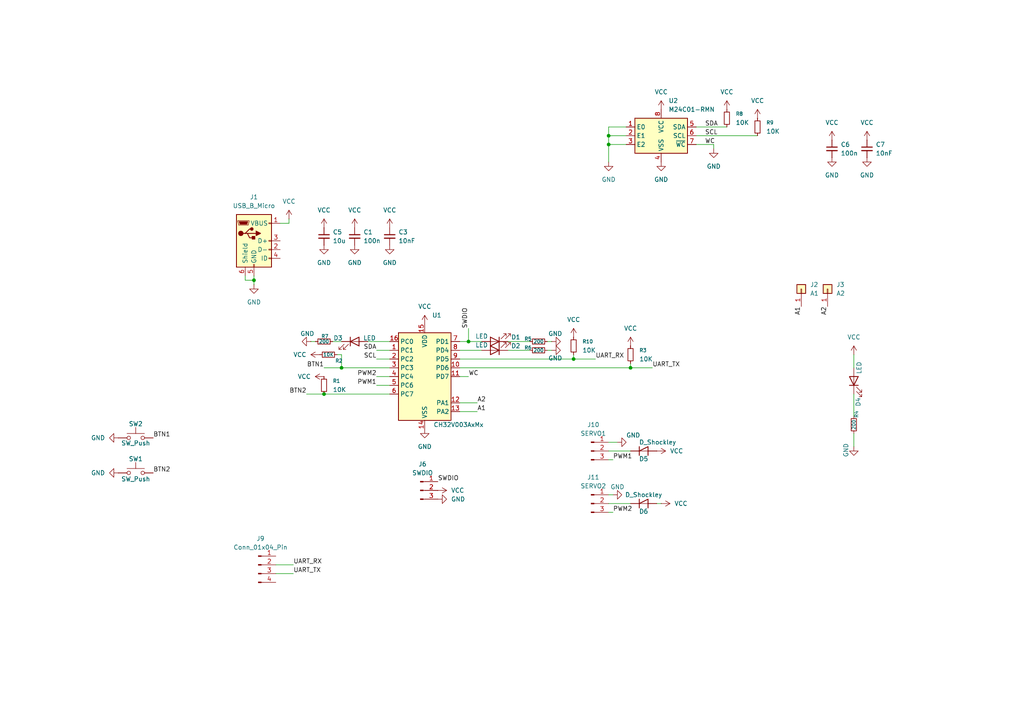
<source format=kicad_sch>
(kicad_sch (version 20250114) (generator "eeschema") (generator_version "9.0")
  (paper "A4")
  (lib_symbols
    (symbol "Connector:Conn_01x03_Pin" (pin_names (offset 1.016) (hide yes))
      (property "Reference" "J" (at 0 5.08 0))
      (property "Value" "Conn_01x03_Pin" (at 0 -5.08 0))
      (symbol "Conn_01x03_Pin_1_1"
        (rectangle (start 0.8636 2.667) (end 0 2.413) (stroke (width 0.1524)) (fill (type outline)))
        (rectangle (start 0.8636 0.127) (end 0 -0.127) (stroke (width 0.1524)) (fill (type outline)))
        (rectangle (start 0.8636 -2.413) (end 0 -2.667) (stroke (width 0.1524)) (fill (type outline)))
        (polyline (pts (xy 1.27 2.54) (xy 0.8636 2.54)) (stroke (width 0.1524)))
        (polyline (pts (xy 1.27 0) (xy 0.8636 0)) (stroke (width 0.1524)))
        (polyline (pts (xy 1.27 -2.54) (xy 0.8636 -2.54)) (stroke (width 0.1524)))
        (pin passive line (at 5.08 2.54 180) (length 3.81) (name "Pin_1") (number "1"))
        (pin passive line (at 5.08 0 180) (length 3.81) (name "Pin_2") (number "2"))
        (pin passive line (at 5.08 -2.54 180) (length 3.81) (name "Pin_3") (number "3"))
      )
    )
    (symbol "Connector:Conn_01x04_Pin" (pin_names (offset 1.016) (hide yes))
      (property "Reference" "J" (at 0 5.08 0))
      (property "Value" "Conn_01x04_Pin" (at 0 -7.62 0))
      (symbol "Conn_01x04_Pin_1_1"
        (rectangle (start 0.8636 2.667) (end 0 2.413) (stroke (width 0.1524)) (fill (type outline)))
        (rectangle (start 0.8636 0.127) (end 0 -0.127) (stroke (width 0.1524)) (fill (type outline)))
        (rectangle (start 0.8636 -2.413) (end 0 -2.667) (stroke (width 0.1524)) (fill (type outline)))
        (rectangle (start 0.8636 -4.953) (end 0 -5.207) (stroke (width 0.1524)) (fill (type outline)))
        (polyline (pts (xy 1.27 2.54) (xy 0.8636 2.54)) (stroke (width 0.1524)))
        (polyline (pts (xy 1.27 0) (xy 0.8636 0)) (stroke (width 0.1524)))
        (polyline (pts (xy 1.27 -2.54) (xy 0.8636 -2.54)) (stroke (width 0.1524)))
        (polyline (pts (xy 1.27 -5.08) (xy 0.8636 -5.08)) (stroke (width 0.1524)))
        (pin passive line (at 5.08 2.54 180) (length 3.81) (name "Pin_1") (number "1"))
        (pin passive line (at 5.08 0 180) (length 3.81) (name "Pin_2") (number "2"))
        (pin passive line (at 5.08 -2.54 180) (length 3.81) (name "Pin_3") (number "3"))
        (pin passive line (at 5.08 -5.08 180) (length 3.81) (name "Pin_4") (number "4"))
      )
    )
    (symbol "Connector:USB_B_Micro" (pin_names (offset 1.016))
      (property "Reference" "J" (at -5.08 11.43 0))
      (property "Value" "USB_B_Micro" (at -5.08 8.89 0))
      (symbol "USB_B_Micro_0_1"
        (rectangle (start -5.08 -7.62) (end 5.08 7.62) (stroke (width 0.254)) (fill (type background)))
        (polyline (pts (xy -4.699 5.842) (xy -4.699 5.588) (xy -4.445 4.826) (xy -4.445 4.572) (xy -1.651 4.572) (xy -1.651 4.826) (xy -1.397 5.588) (xy -1.397 5.842) (xy -4.699 5.842)))
        (polyline (pts (xy -4.318 5.588) (xy -1.778 5.588) (xy -2.032 4.826) (xy -4.064 4.826) (xy -4.318 5.588)) (fill (type outline)))
        (circle (center -3.81 2.159) (radius 0.635) (stroke (width 0.254)) (fill (type outline)))
        (polyline (pts (xy -3.175 2.159) (xy -2.54 2.159) (xy -1.27 3.429) (xy -0.635 3.429)) (stroke (width 0.254)))
        (polyline (pts (xy -2.54 2.159) (xy -1.905 2.159) (xy -1.27 0.889) (xy 0 0.889)) (stroke (width 0.254)))
        (polyline (pts (xy -1.905 2.159) (xy 0.635 2.159)) (stroke (width 0.254)))
        (circle (center -0.635 3.429) (radius 0.381) (stroke (width 0.254)) (fill (type outline)))
        (rectangle (start -0.127 -7.62) (end 0.127 -6.858))
        (rectangle (start 0.254 1.27) (end -0.508 0.508) (stroke (width 0.254)) (fill (type outline)))
        (polyline (pts (xy 0.635 2.794) (xy 0.635 1.524) (xy 1.905 2.159) (xy 0.635 2.794)) (stroke (width 0.254)) (fill (type outline)))
        (rectangle (start 5.08 4.953) (end 4.318 5.207))
        (rectangle (start 5.08 -0.127) (end 4.318 0.127))
        (rectangle (start 5.08 -2.667) (end 4.318 -2.413))
        (rectangle (start 5.08 -5.207) (end 4.318 -4.953))
      )
      (symbol "USB_B_Micro_1_1"
        (pin passive line (at -2.54 -10.16 90) (length 2.54) (name "Shield") (number "6"))
        (pin power_out line (at 0 -10.16 90) (length 2.54) (name "GND") (number "5"))
        (pin power_out line (at 7.62 5.08 180) (length 2.54) (name "VBUS") (number "1"))
        (pin bidirectional line (at 7.62 0 180) (length 2.54) (name "D+") (number "3"))
        (pin bidirectional line (at 7.62 -2.54 180) (length 2.54) (name "D-") (number "2"))
        (pin passive line (at 7.62 -5.08 180) (length 2.54) (name "ID") (number "4"))
      )
    )
    (symbol "Connector_Generic:Conn_01x01" (pin_names (offset 1.016) (hide yes))
      (property "Reference" "J" (at 0 2.54 0))
      (property "Value" "Conn_01x01" (at 0 -2.54 0))
      (symbol "Conn_01x01_1_1"
        (rectangle (start -1.27 1.27) (end 1.27 -1.27) (stroke (width 0.254)) (fill (type background)))
        (rectangle (start -1.27 0.127) (end 0 -0.127) (stroke (width 0.1524)))
        (pin passive line (at -5.08 0 0) (length 3.81) (name "Pin_1") (number "1"))
      )
    )
    (symbol "Device:C_Small" (pin_numbers (hide yes)) (pin_names (offset 0.254) (hide yes))
      (property "Reference" "C" (at 0.254 1.778 0))
      (property "Value" "C_Small" (at 0.254 -2.032 0))
      (symbol "C_Small_0_1"
        (polyline (pts (xy -1.524 0.508) (xy 1.524 0.508)) (stroke (width 0.3048)))
        (polyline (pts (xy -1.524 -0.508) (xy 1.524 -0.508)) (stroke (width 0.3302)))
      )
      (symbol "C_Small_1_1"
        (pin passive line (at 0 2.54 270) (length 2.032) (name "~") (number "1"))
        (pin passive line (at 0 -2.54 90) (length 2.032) (name "~") (number "2"))
      )
    )
    (symbol "Device:D_Shockley" (pin_numbers (hide yes)) (pin_names (offset 1.016) (hide yes))
      (property "Reference" "D" (at 0 2.54 0))
      (property "Value" "D_Shockley" (at 0 -2.54 0))
      (symbol "D_Shockley_0_1"
        (polyline (pts (xy -1.27 1.27) (xy -1.27 -1.27)) (stroke (width 0.254)))
        (polyline (pts (xy -1.27 0) (xy 1.27 0)))
        (polyline (pts (xy -1.27 0) (xy 1.27 1.27) (xy 1.27 -1.27)) (stroke (width 0.254)))
      )
      (symbol "D_Shockley_1_1"
        (pin passive line (at -3.81 0 0) (length 2.54) (name "K") (number "1"))
        (pin passive line (at 3.81 0 180) (length 2.54) (name "A") (number "2"))
      )
    )
    (symbol "Device:LED" (pin_numbers (hide yes)) (pin_names (offset 1.016) (hide yes))
      (property "Reference" "D" (at 0 2.54 0))
      (property "Value" "LED" (at 0 -2.54 0))
      (symbol "LED_0_1"
        (polyline (pts (xy -3.048 -0.762) (xy -4.572 -2.286) (xy -3.81 -2.286) (xy -4.572 -2.286) (xy -4.572 -1.524)))
        (polyline (pts (xy -1.778 -0.762) (xy -3.302 -2.286) (xy -2.54 -2.286) (xy -3.302 -2.286) (xy -3.302 -1.524)))
        (polyline (pts (xy -1.27 0) (xy 1.27 0)))
        (polyline (pts (xy -1.27 -1.27) (xy -1.27 1.27)) (stroke (width 0.254)))
        (polyline (pts (xy 1.27 -1.27) (xy 1.27 1.27) (xy -1.27 0) (xy 1.27 -1.27)) (stroke (width 0.254)))
      )
      (symbol "LED_1_1"
        (pin passive line (at -3.81 0 0) (length 2.54) (name "K") (number "1"))
        (pin passive line (at 3.81 0 180) (length 2.54) (name "A") (number "2"))
      )
    )
    (symbol "Device:R_Small" (pin_numbers (hide yes)) (pin_names (offset 0.254) (hide yes))
      (property "Reference" "R" (at 0 0 90))
      (property "Value" "R_Small" (at 1.778 0 90))
      (symbol "R_Small_0_1"
        (rectangle (start -0.762 1.778) (end 0.762 -1.778) (stroke (width 0.2032)))
      )
      (symbol "R_Small_1_1"
        (pin passive line (at 0 2.54 270) (length 0.762) (name "~") (number "1"))
        (pin passive line (at 0 -2.54 90) (length 0.762) (name "~") (number "2"))
      )
    )
    (symbol "MCU_WCH_CH32V0:CH32V003AxMx"
      (property "Reference" "U" (at -7.62 15.24 0))
      (property "Value" "CH32V003AxMx" (at 7.62 15.24 0))
      (symbol "CH32V003AxMx_1_1"
        (rectangle (start -7.62 12.7) (end 7.62 -12.7) (stroke (width 0.254)) (fill (type background)))
        (pin bidirectional line (at -10.16 10.16 0) (length 2.54) (name "PC0") (number "16"))
        (pin bidirectional line (at -10.16 7.62 0) (length 2.54) (name "PC1") (number "1"))
        (pin bidirectional line (at -10.16 5.08 0) (length 2.54) (name "PC2") (number "2"))
        (pin bidirectional line (at -10.16 2.54 0) (length 2.54) (name "PC3") (number "3"))
        (pin bidirectional line (at -10.16 0 0) (length 2.54) (name "PC4") (number "4"))
        (pin bidirectional line (at -10.16 -2.54 0) (length 2.54) (name "PC6") (number "5"))
        (pin bidirectional line (at -10.16 -5.08 0) (length 2.54) (name "PC7") (number "6"))
        (pin power_in line (at 0 15.24 270) (length 2.54) (name "VDD") (number "15"))
        (pin power_in line (at 0 -15.24 90) (length 2.54) (name "VSS") (number "14"))
        (pin bidirectional line (at 10.16 10.16 180) (length 2.54) (name "PD1") (number "7"))
        (pin bidirectional line (at 10.16 7.62 180) (length 2.54) (name "PD4") (number "8"))
        (pin bidirectional line (at 10.16 5.08 180) (length 2.54) (name "PD5") (number "9"))
        (pin bidirectional line (at 10.16 2.54 180) (length 2.54) (name "PD6") (number "10"))
        (pin bidirectional line (at 10.16 0 180) (length 2.54) (name "PD7") (number "11"))
        (pin bidirectional line (at 10.16 -7.62 180) (length 2.54) (name "PA1") (number "12"))
        (pin bidirectional line (at 10.16 -10.16 180) (length 2.54) (name "PA2") (number "13"))
      )
    )
    (symbol "Memory_EEPROM:M24C01-RMN"
      (property "Reference" "U" (at -6.35 6.35 0))
      (property "Value" "M24C01-RMN" (at 7.62 6.35 0))
      (symbol "M24C01-RMN_0_1"
        (rectangle (start -7.62 5.08) (end 7.62 -5.08) (stroke (width 0.254)) (fill (type background)))
      )
      (symbol "M24C01-RMN_1_1"
        (pin input line (at -10.16 2.54 0) (length 2.54) (name "E0") (number "1"))
        (pin input line (at -10.16 0 0) (length 2.54) (name "E1") (number "2"))
        (pin input line (at -10.16 -2.54 0) (length 2.54) (name "E2") (number "3"))
        (pin power_in line (at 0 7.62 270) (length 2.54) (name "VCC") (number "8"))
        (pin power_in line (at 0 -7.62 90) (length 2.54) (name "VSS") (number "4"))
        (pin bidirectional line (at 10.16 2.54 180) (length 2.54) (name "SDA") (number "5"))
        (pin input line (at 10.16 0 180) (length 2.54) (name "SCL") (number "6"))
        (pin input line (at 10.16 -2.54 180) (length 2.54) (name "~{WC}") (number "7"))
      )
    )
    (symbol "Switch:SW_Push" (pin_numbers (hide yes)) (pin_names (offset 1.016) (hide yes))
      (property "Reference" "SW" (at 1.27 2.54 0))
      (property "Value" "SW_Push" (at 0 -1.524 0))
      (symbol "SW_Push_0_1"
        (circle (center -2.032 0) (radius 0.508))
        (polyline (pts (xy 0 1.27) (xy 0 3.048)))
        (circle (center 2.032 0) (radius 0.508))
        (polyline (pts (xy 2.54 1.27) (xy -2.54 1.27)))
        (pin passive line (at -5.08 0 0) (length 2.54) (name "1") (number "1"))
        (pin passive line (at 5.08 0 180) (length 2.54) (name "2") (number "2"))
      )
    )
    (symbol "power:GND" (power) (pin_numbers (hide yes)) (pin_names (offset 0) (hide yes))
      (property "Value" "GND" (at 0 -3.81 0))
      (symbol "GND_0_1"
        (polyline (pts (xy 0 0) (xy 0 -1.27) (xy 1.27 -1.27) (xy 0 -2.54) (xy -1.27 -1.27) (xy 0 -1.27)))
      )
      (symbol "GND_1_1"
        (pin power_in line (at 0 0 270) (length 0) (name "~") (number "1"))
      )
    )
    (symbol "power:VCC" (power) (pin_numbers (hide yes)) (pin_names (offset 0) (hide yes))
      (property "Value" "VCC" (at 0 3.556 0))
      (symbol "VCC_0_1"
        (polyline (pts (xy -0.762 1.27) (xy 0 2.54)))
        (polyline (pts (xy 0 2.54) (xy 0.762 1.27)))
        (polyline (pts (xy 0 0) (xy 0 2.54)))
      )
      (symbol "VCC_1_1"
        (pin power_in line (at 0 0 90) (length 0) (name "~") (number "1"))
      )
    )
  )
  (junction (at 99.06 106.68))
  (junction (at 176.53 41.91))
  (junction (at 93.98 114.3))
  (junction (at 73.66 81.28))
  (junction (at 182.88 106.68))
  (junction (at 166.37 104.14))
  (junction (at 176.53 39.37))
  (junction (at 135.89 99.06))
  (wire (pts (xy 177.8 148.59) (xy 176.53 148.59)))
  (wire (pts (xy 99.06 106.68) (xy 113.03 106.68)))
  (wire (pts (xy 135.89 95.25) (xy 135.89 99.06)))
  (wire (pts (xy 109.22 101.6) (xy 113.03 101.6)))
  (wire (pts (xy 176.53 36.83) (xy 176.53 39.37)))
  (wire (pts (xy 83.82 64.77) (xy 83.82 63.5)))
  (wire (pts (xy 247.65 129.54) (xy 247.65 125.73)))
  (wire (pts (xy 201.93 36.83) (xy 210.82 36.83)))
  (wire (pts (xy 176.53 133.35) (xy 177.8 133.35)))
  (wire (pts (xy 176.53 41.91) (xy 181.61 41.91)))
  (wire (pts (xy 182.88 105.41) (xy 182.88 106.68)))
  (wire (pts (xy 109.22 111.76) (xy 113.03 111.76)))
  (wire (pts (xy 207.01 41.91) (xy 207.01 43.18)))
  (wire (pts (xy 166.37 102.87) (xy 166.37 104.14)))
  (wire (pts (xy 81.28 64.77) (xy 83.82 64.77)))
  (wire (pts (xy 80.01 163.83) (xy 85.09 163.83)))
  (wire (pts (xy 247.65 114.3) (xy 247.65 120.65)))
  (wire (pts (xy 147.32 99.06) (xy 153.67 99.06)))
  (wire (pts (xy 71.12 80.01) (xy 71.12 81.28)))
  (wire (pts (xy 201.93 41.91) (xy 207.01 41.91)))
  (wire (pts (xy 176.53 39.37) (xy 176.53 41.91)))
  (wire (pts (xy 181.61 36.83) (xy 176.53 36.83)))
  (wire (pts (xy 109.22 109.22) (xy 113.03 109.22)))
  (wire (pts (xy 99.06 99.06) (xy 96.52 99.06)))
  (wire (pts (xy 133.35 119.38) (xy 138.43 119.38)))
  (wire (pts (xy 158.75 101.6) (xy 160.02 101.6)))
  (wire (pts (xy 133.35 104.14) (xy 166.37 104.14)))
  (wire (pts (xy 166.37 104.14) (xy 172.72 104.14)))
  (wire (pts (xy 73.66 80.01) (xy 73.66 81.28)))
  (wire (pts (xy 71.12 81.28) (xy 73.66 81.28)))
  (wire (pts (xy 176.53 143.51) (xy 177.8 143.51)))
  (wire (pts (xy 93.98 106.68) (xy 99.06 106.68)))
  (wire (pts (xy 176.53 39.37) (xy 181.61 39.37)))
  (wire (pts (xy 176.53 41.91) (xy 176.53 46.99)))
  (wire (pts (xy 176.53 130.81) (xy 182.88 130.81)))
  (wire (pts (xy 88.9 114.3) (xy 93.98 114.3)))
  (wire (pts (xy 109.22 104.14) (xy 113.03 104.14)))
  (wire (pts (xy 73.66 81.28) (xy 73.66 82.55)))
  (wire (pts (xy 247.65 102.87) (xy 247.65 106.68)))
  (wire (pts (xy 135.89 99.06) (xy 139.7 99.06)))
  (wire (pts (xy 80.01 166.37) (xy 85.09 166.37)))
  (wire (pts (xy 176.53 146.05) (xy 182.88 146.05)))
  (wire (pts (xy 201.93 39.37) (xy 219.71 39.37)))
  (wire (pts (xy 190.5 146.05) (xy 191.77 146.05)))
  (wire (pts (xy 90.17 99.06) (xy 91.44 99.06)))
  (wire (pts (xy 158.75 99.06) (xy 160.02 99.06)))
  (wire (pts (xy 133.35 109.22) (xy 135.89 109.22)))
  (wire (pts (xy 133.35 116.84) (xy 138.43 116.84)))
  (wire (pts (xy 97.79 102.87) (xy 99.06 102.87)))
  (wire (pts (xy 147.32 101.6) (xy 153.67 101.6)))
  (wire (pts (xy 182.88 106.68) (xy 189.23 106.68)))
  (wire (pts (xy 93.98 114.3) (xy 113.03 114.3)))
  (wire (pts (xy 133.35 101.6) (xy 139.7 101.6)))
  (wire (pts (xy 133.35 106.68) (xy 182.88 106.68)))
  (wire (pts (xy 99.06 102.87) (xy 99.06 106.68)))
  (wire (pts (xy 133.35 99.06) (xy 135.89 99.06)))
  (wire (pts (xy 176.53 128.27) (xy 179.07 128.27)))
  (wire (pts (xy 106.68 99.06) (xy 113.03 99.06)))
  (label "PWM1" (at 109.22 111.76 180))
  (label "WC" (at 135.89 109.22 0))
  (label "BTN2" (at 44.45 137.16 0))
  (label "A1" (at 232.41 88.9 270))
  (label "BTN1" (at 44.45 127 0))
  (label "A1" (at 138.43 119.38 0))
  (label "A2" (at 240.03 88.9 270))
  (label "SCL" (at 204.47 39.37 0))
  (label "A2" (at 138.43 116.84 0))
  (label "UART_RX" (at 172.72 104.14 0))
  (label "UART_RX" (at 85.09 163.83 0))
  (label "SWDIO" (at 135.89 95.25 90))
  (label "BTN1" (at 93.98 106.68 180))
  (label "PWM2" (at 177.8 148.59 0))
  (label "UART_TX" (at 189.23 106.68 0))
  (label "PWM2" (at 109.22 109.22 180))
  (label "SCL" (at 109.22 104.14 180))
  (label "SWDIO" (at 127 139.7 0))
  (label "WC" (at 204.47 41.91 0))
  (label "SDA" (at 204.47 36.83 0))
  (label "SDA" (at 109.22 101.6 180))
  (label "PWM1" (at 177.8 133.35 0))
  (label "UART_TX" (at 85.09 166.37 0))
  (label "BTN2" (at 88.9 114.3 180))
  (symbol (lib_id "Connector:USB_B_Micro") (at 73.66 69.85 0) (unit 1)
    (property "Reference" "J1" (at 73.66 57.15 0))
    (property "Value" "USB_B_Micro" (at 73.66 59.69 0))
    (property "Footprint" "Connector_USB:USB_Micro-B_Wuerth_629105150521" (effects (hide yes)))
    (property "Description" "USB Micro Type B connector" (effects (hide yes)))
  )
  (symbol (lib_id "power:VCC") (at 102.87 66.04 0) (unit 1)
    (property "Reference" "#PWR06" (effects (hide yes)))
    (property "Value" "VCC" (at 102.87 60.96 0))
    (property "Description" "Power symbol creates a global label with name \"VCC\"" (effects (hide yes)))
  )
  (symbol (lib_id "Switch:SW_Push") (at 39.37 127 0) (unit 1)
    (property "Reference" "SW2" (at 39.37 122.936 0))
    (property "Value" "SW_Push" (at 39.37 128.524 0))
    (property "Footprint" "Button_Switch_SMD:SW_SPST_EVPBF" (effects (hide yes)))
    (property "Description" "Push button switch, generic, two pins" (effects (hide yes)))
  )
  (symbol (lib_id "power:GND") (at 160.02 101.6 90) (unit 1)
    (property "Reference" "#PWR027" (effects (hide yes)))
    (property "Value" "GND" (at 159.004 103.886 90) (effects (justify right)))
    (property "Description" "Power symbol creates a global label with name \"GND\" , ground" (effects (hide yes)))
  )
  (symbol (lib_id "Device:R_Small") (at 156.21 101.6 90) (unit 1)
    (property "Reference" "R6" (at 153.162 100.838 90) (effects (font (size 1.016 1.016))))
    (property "Value" "200" (at 156.21 101.6 90) (effects (font (size 1 1))))
    (property "Footprint" "Resistor_SMD:R_0603_1608Metric_Pad0.98x0.95mm_HandSolder" (effects (hide yes)))
    (property "Description" "Resistor, small symbol" (effects (hide yes)))
  )
  (symbol (lib_id "power:VCC") (at 182.88 100.33 0) (unit 1)
    (property "Reference" "#PWR024" (effects (hide yes)))
    (property "Value" "VCC" (at 182.88 95.25 0))
    (property "Description" "Power symbol creates a global label with name \"VCC\"" (effects (hide yes)))
  )
  (symbol (lib_id "power:VCC") (at 127 142.24 270) (unit 1)
    (property "Reference" "#PWR030" (effects (hide yes)))
    (property "Value" "VCC" (at 130.81 142.2399 90) (effects (justify left)))
    (property "Description" "Power symbol creates a global label with name \"VCC\"" (effects (hide yes)))
  )
  (symbol (lib_id "power:VCC") (at 93.98 66.04 0) (unit 1)
    (property "Reference" "#PWR05" (effects (hide yes)))
    (property "Value" "VCC" (at 93.98 60.96 0))
    (property "Description" "Power symbol creates a global label with name \"VCC\"" (effects (hide yes)))
  )
  (symbol (lib_id "Device:C_Small") (at 93.98 68.58 0) (unit 1)
    (property "Reference" "C5" (at 96.52 67.3162 0) (effects (justify left)))
    (property "Value" "10u" (at 96.52 69.8562 0) (effects (justify left)))
    (property "Footprint" "Capacitor_SMD:C_0603_1608Metric_Pad1.08x0.95mm_HandSolder" (effects (hide yes)))
    (property "Description" "Unpolarized capacitor, small symbol" (effects (hide yes)))
  )
  (symbol (lib_id "Device:D_Shockley") (at 186.69 146.05 0) (unit 1)
    (property "Reference" "D6" (at 186.69 148.336 0))
    (property "Value" "D_Shockley" (at 186.69 143.51 0))
    (property "Footprint" "Diode_SMD:D_SMA" (effects (hide yes)))
    (property "Description" "Shockley (PNPN) diode" (effects (hide yes)))
  )
  (symbol (lib_id "Device:LED") (at 143.51 99.06 180) (unit 1)
    (property "Reference" "D1" (at 149.606 97.79 0))
    (property "Value" "LED" (at 139.7 97.536 0))
    (property "Footprint" "LED_SMD:LED_0603_1608Metric_Pad1.05x0.95mm_HandSolder" (effects (hide yes)))
    (property "Description" "Light emitting diode" (effects (hide yes)))
    (property "Sim.Pins" "1=K 2=A" (effects (hide yes)))
  )
  (symbol (lib_id "Connector:Conn_01x03_Pin") (at 121.92 142.24 0) (unit 1)
    (property "Reference" "J6" (at 122.555 134.62 0))
    (property "Value" "SWDIO" (at 122.555 137.16 0))
    (property "Footprint" "Connector_PinSocket_2.54mm:PinSocket_1x03_P2.54mm_Vertical" (effects (hide yes)))
    (property "Description" "Generic connector, single row, 01x03, script generated" (effects (hide yes)))
  )
  (symbol (lib_id "Device:R_Small") (at 95.25 102.87 90) (unit 1)
    (property "Reference" "R2" (at 98.298 104.648 90) (effects (font (size 1.016 1.016))))
    (property "Value" "10K" (at 95.25 102.87 90) (effects (font (size 1 1))))
    (property "Footprint" "Resistor_SMD:R_0603_1608Metric_Pad0.98x0.95mm_HandSolder" (effects (hide yes)))
    (property "Description" "Resistor, small symbol" (effects (hide yes)))
  )
  (symbol (lib_id "Device:R_Small") (at 166.37 100.33 0) (unit 1)
    (property "Reference" "R10" (at 168.91 99.0599 0) (effects (font (size 1.016 1.016)) (justify left)))
    (property "Value" "10K" (at 168.91 101.5999 0) (effects (justify left)))
    (property "Footprint" "Resistor_SMD:R_0603_1608Metric_Pad0.98x0.95mm_HandSolder" (effects (hide yes)))
    (property "Description" "Resistor, small symbol" (effects (hide yes)))
  )
  (symbol (lib_id "Device:R_Small") (at 156.21 99.06 90) (unit 1)
    (property "Reference" "R5" (at 153.162 98.298 90) (effects (font (size 1.016 1.016))))
    (property "Value" "200" (at 156.21 99.06 90) (effects (font (size 1 1))))
    (property "Footprint" "Resistor_SMD:R_0603_1608Metric_Pad0.98x0.95mm_HandSolder" (effects (hide yes)))
    (property "Description" "Resistor, small symbol" (effects (hide yes)))
  )
  (symbol (lib_id "Device:C_Small") (at 241.3 43.18 0) (unit 1)
    (property "Reference" "C6" (at 243.84 41.9162 0) (effects (justify left)))
    (property "Value" "100n" (at 243.84 44.4562 0) (effects (justify left)))
    (property "Footprint" "Capacitor_SMD:C_0603_1608Metric_Pad1.08x0.95mm_HandSolder" (effects (hide yes)))
    (property "Description" "Unpolarized capacitor, small symbol" (effects (hide yes)))
  )
  (symbol (lib_id "power:VCC") (at 191.77 31.75 0) (unit 1)
    (property "Reference" "#PWR015" (effects (hide yes)))
    (property "Value" "VCC" (at 191.77 26.67 0))
    (property "Description" "Power symbol creates a global label with name \"VCC\"" (effects (hide yes)))
  )
  (symbol (lib_id "power:VCC") (at 92.71 102.87 90) (unit 1)
    (property "Reference" "#PWR018" (effects (hide yes)))
    (property "Value" "VCC" (at 88.9 102.8699 90) (effects (justify left)))
    (property "Description" "Power symbol creates a global label with name \"VCC\"" (effects (hide yes)))
  )
  (symbol (lib_id "power:VCC") (at 190.5 130.81 270) (unit 1)
    (property "Reference" "#PWR031" (effects (hide yes)))
    (property "Value" "VCC" (at 194.31 130.8099 90) (effects (justify left)))
    (property "Description" "Power symbol creates a global label with name \"VCC\"" (effects (hide yes)))
  )
  (symbol (lib_id "Device:R_Small") (at 210.82 34.29 0) (unit 1)
    (property "Reference" "R8" (at 213.36 33.0199 0) (effects (font (size 1.016 1.016)) (justify left)))
    (property "Value" "10K" (at 213.36 35.5599 0) (effects (justify left)))
    (property "Footprint" "Resistor_SMD:R_0603_1608Metric_Pad0.98x0.95mm_HandSolder" (effects (hide yes)))
    (property "Description" "Resistor, small symbol" (effects (hide yes)))
  )
  (symbol (lib_id "power:VCC") (at 251.46 40.64 0) (unit 1)
    (property "Reference" "#PWR012" (effects (hide yes)))
    (property "Value" "VCC" (at 251.46 35.56 0))
    (property "Description" "Power symbol creates a global label with name \"VCC\"" (effects (hide yes)))
  )
  (symbol (lib_id "power:VCC") (at 219.71 34.29 0) (unit 1)
    (property "Reference" "#PWR036" (effects (hide yes)))
    (property "Value" "VCC" (at 219.71 29.21 0))
    (property "Description" "Power symbol creates a global label with name \"VCC\"" (effects (hide yes)))
  )
  (symbol (lib_id "Device:LED") (at 247.65 110.49 90) (unit 1)
    (property "Reference" "D4" (at 248.92 116.586 0))
    (property "Value" "LED" (at 249.174 106.68 0))
    (property "Footprint" "LED_SMD:LED_0603_1608Metric_Pad1.05x0.95mm_HandSolder" (effects (hide yes)))
    (property "Description" "Light emitting diode" (effects (hide yes)))
    (property "Sim.Pins" "1=K 2=A" (effects (hide yes)))
  )
  (symbol (lib_id "Connector_Generic:Conn_01x01") (at 232.41 83.82 90) (unit 1)
    (property "Reference" "J2" (at 234.95 82.5499 90) (effects (justify right)))
    (property "Value" "A1" (at 234.95 85.0899 90) (effects (justify right)))
    (property "Footprint" "Connector_PinSocket_2.54mm:PinSocket_1x01_P2.54mm_Vertical" (effects (hide yes)))
    (property "Description" "Generic connector, single row, 01x01, script generated (kicad-library-utils/schlib/autogen/connector/)" (effects (hide yes)))
  )
  (symbol (lib_id "power:VCC") (at 113.03 66.04 0) (unit 1)
    (property "Reference" "#PWR07" (effects (hide yes)))
    (property "Value" "VCC" (at 113.03 60.96 0))
    (property "Description" "Power symbol creates a global label with name \"VCC\"" (effects (hide yes)))
  )
  (symbol (lib_id "Device:R_Small") (at 247.65 123.19 0) (unit 1)
    (property "Reference" "R4" (at 248.412 120.142 90) (effects (font (size 1.016 1.016))))
    (property "Value" "200" (at 247.65 123.19 90) (effects (font (size 1 1))))
    (property "Footprint" "Resistor_SMD:R_0603_1608Metric_Pad0.98x0.95mm_HandSolder" (effects (hide yes)))
    (property "Description" "Resistor, small symbol" (effects (hide yes)))
  )
  (symbol (lib_id "Switch:SW_Push") (at 39.37 137.16 0) (unit 1)
    (property "Reference" "SW1" (at 39.37 133.096 0))
    (property "Value" "SW_Push" (at 39.37 138.938 0))
    (property "Footprint" "Button_Switch_SMD:SW_SPST_EVPBF" (effects (hide yes)))
    (property "Description" "Push button switch, generic, two pins" (effects (hide yes)))
  )
  (symbol (lib_id "MCU_WCH_CH32V0:CH32V003AxMx") (at 123.19 109.22 0) (unit 1)
    (property "Reference" "U1" (at 125.3333 91.44 0) (effects (justify left)))
    (property "Value" "CH32V003AxMx" (at 125.73 123.19 0) (effects (justify left)))
    (property "Footprint" "Package_SO:SOP-16_3.9x9.9mm_P1.27mm" (effects (hide yes)))
    (property "Datasheet" "https://www.wch-ic.com/products/CH32V003.html" (effects (hide yes)))
    (property "Description" "CH32V003 series are industrial-grade general-purpose microcontrollers designed based on 32-bit RISC-V instruction set and architecture. It adopts QingKe V2A core, RV32EC instruction set, and supports 2 levels of interrupt nesting. The series are mounted with rich peripheral interfaces and function modules. Its internal organizational structure meets the low-cost and low-power embedded application scenarios." (effects (hide yes)))
  )
  (symbol (lib_id "Device:LED") (at 102.87 99.06 0) (unit 1)
    (property "Reference" "D3" (at 98.044 98.044 0))
    (property "Value" "LED" (at 107.188 98.044 0))
    (property "Footprint" "LED_SMD:LED_0603_1608Metric_Pad1.05x0.95mm_HandSolder" (effects (hide yes)))
    (property "Description" "Light emitting diode" (effects (hide yes)))
    (property "Sim.Pins" "1=K 2=A" (effects (hide yes)))
  )
  (symbol (lib_id "power:VCC") (at 247.65 102.87 0) (unit 1)
    (property "Reference" "#PWR025" (effects (hide yes)))
    (property "Value" "VCC" (at 247.65 97.79 0))
    (property "Description" "Power symbol creates a global label with name \"VCC\"" (effects (hide yes)))
  )
  (symbol (lib_id "Device:LED") (at 143.51 101.6 180) (unit 1)
    (property "Reference" "D2" (at 149.606 100.33 0))
    (property "Value" "LED" (at 139.7 100.076 0))
    (property "Footprint" "LED_SMD:LED_0603_1608Metric_Pad1.05x0.95mm_HandSolder" (effects (hide yes)))
    (property "Description" "Light emitting diode" (effects (hide yes)))
    (property "Sim.Pins" "1=K 2=A" (effects (hide yes)))
  )
  (symbol (lib_id "power:GND") (at 177.8 143.51 90) (unit 1)
    (property "Reference" "#PWR039" (effects (hide yes)))
    (property "Value" "GND" (at 177.038 141.224 90) (effects (justify right)))
    (property "Description" "Power symbol creates a global label with name \"GND\" , ground" (effects (hide yes)))
  )
  (symbol (lib_id "power:GND") (at 34.29 137.16 270) (unit 1)
    (property "Reference" "#PWR021" (effects (hide yes)))
    (property "Value" "GND" (at 30.48 137.1599 90) (effects (justify right)))
    (property "Description" "Power symbol creates a global label with name \"GND\" , ground" (effects (hide yes)))
  )
  (symbol (lib_id "Device:R_Small") (at 93.98 111.76 0) (unit 1)
    (property "Reference" "R1" (at 96.52 110.4899 0) (effects (font (size 1.016 1.016)) (justify left)))
    (property "Value" "10K" (at 96.52 113.0299 0) (effects (justify left)))
    (property "Footprint" "Resistor_SMD:R_0603_1608Metric_Pad0.98x0.95mm_HandSolder" (effects (hide yes)))
    (property "Description" "Resistor, small symbol" (effects (hide yes)))
  )
  (symbol (lib_id "power:VCC") (at 210.82 31.75 0) (unit 1)
    (property "Reference" "#PWR035" (effects (hide yes)))
    (property "Value" "VCC" (at 210.82 26.67 0))
    (property "Description" "Power symbol creates a global label with name \"VCC\"" (effects (hide yes)))
  )
  (symbol (lib_id "power:GND") (at 90.17 99.06 270) (unit 1)
    (property "Reference" "#PWR022" (effects (hide yes)))
    (property "Value" "GND" (at 91.186 96.774 90) (effects (justify right)))
    (property "Description" "Power symbol creates a global label with name \"GND\" , ground" (effects (hide yes)))
  )
  (symbol (lib_id "power:GND") (at 102.87 71.12 0) (unit 1)
    (property "Reference" "#PWR09" (effects (hide yes)))
    (property "Value" "GND" (at 102.87 76.2 0))
    (property "Description" "Power symbol creates a global label with name \"GND\" , ground" (effects (hide yes)))
  )
  (symbol (lib_id "power:GND") (at 179.07 128.27 90) (unit 1)
    (property "Reference" "#PWR032" (effects (hide yes)))
    (property "Value" "GND" (at 181.61 126.238 90) (effects (justify right)))
    (property "Description" "Power symbol creates a global label with name \"GND\" , ground" (effects (hide yes)))
  )
  (symbol (lib_id "Connector:Conn_01x03_Pin") (at 171.45 146.05 0) (unit 1)
    (property "Reference" "J11" (at 172.085 138.43 0))
    (property "Value" "SERVO2" (at 172.085 140.97 0))
    (property "Footprint" "Connector_PinSocket_2.54mm:PinSocket_1x03_P2.54mm_Vertical" (effects (hide yes)))
    (property "Description" "Generic connector, single row, 01x03, script generated" (effects (hide yes)))
  )
  (symbol (lib_id "power:GND") (at 113.03 71.12 0) (unit 1)
    (property "Reference" "#PWR010" (effects (hide yes)))
    (property "Value" "GND" (at 113.03 76.2 0))
    (property "Description" "Power symbol creates a global label with name \"GND\" , ground" (effects (hide yes)))
  )
  (symbol (lib_id "power:GND") (at 176.53 46.99 0) (unit 1)
    (property "Reference" "#PWR017" (effects (hide yes)))
    (property "Value" "GND" (at 176.53 52.07 0))
    (property "Description" "Power symbol creates a global label with name \"GND\" , ground" (effects (hide yes)))
  )
  (symbol (lib_id "Connector:Conn_01x03_Pin") (at 171.45 130.81 0) (unit 1)
    (property "Reference" "J10" (at 172.085 123.19 0))
    (property "Value" "SERVO1" (at 172.085 125.73 0))
    (property "Footprint" "Connector_PinSocket_2.54mm:PinSocket_1x03_P2.54mm_Vertical" (effects (hide yes)))
    (property "Description" "Generic connector, single row, 01x03, script generated" (effects (hide yes)))
  )
  (symbol (lib_id "power:GND") (at 123.19 124.46 0) (unit 1)
    (property "Reference" "#PWR01" (effects (hide yes)))
    (property "Value" "GND" (at 123.19 129.54 0))
    (property "Description" "Power symbol creates a global label with name \"GND\" , ground" (effects (hide yes)))
  )
  (symbol (lib_id "Connector:Conn_01x04_Pin") (at 74.93 163.83 0) (unit 1)
    (property "Reference" "J9" (at 75.565 156.21 0))
    (property "Value" "Conn_01x04_Pin" (at 75.565 158.75 0))
    (property "Footprint" "Connector_PinSocket_2.54mm:PinSocket_1x04_P2.54mm_Vertical" (effects (hide yes)))
    (property "Description" "Generic connector, single row, 01x04, script generated" (effects (hide yes)))
  )
  (symbol (lib_id "power:GND") (at 93.98 71.12 0) (unit 1)
    (property "Reference" "#PWR08" (effects (hide yes)))
    (property "Value" "GND" (at 93.98 76.2 0))
    (property "Description" "Power symbol creates a global label with name \"GND\" , ground" (effects (hide yes)))
  )
  (symbol (lib_id "power:GND") (at 251.46 45.72 0) (unit 1)
    (property "Reference" "#PWR014" (effects (hide yes)))
    (property "Value" "GND" (at 251.46 50.8 0))
    (property "Description" "Power symbol creates a global label with name \"GND\" , ground" (effects (hide yes)))
  )
  (symbol (lib_id "power:VCC") (at 166.37 97.79 0) (unit 1)
    (property "Reference" "#PWR028" (effects (hide yes)))
    (property "Value" "VCC" (at 166.37 92.71 0))
    (property "Description" "Power symbol creates a global label with name \"VCC\"" (effects (hide yes)))
  )
  (symbol (lib_id "power:VCC") (at 123.19 93.98 0) (unit 1)
    (property "Reference" "#PWR02" (effects (hide yes)))
    (property "Value" "VCC" (at 123.19 88.9 0))
    (property "Description" "Power symbol creates a global label with name \"VCC\"" (effects (hide yes)))
  )
  (symbol (lib_id "power:GND") (at 247.65 129.54 0) (unit 1)
    (property "Reference" "#PWR023" (effects (hide yes)))
    (property "Value" "GND" (at 245.364 128.524 90) (effects (justify right)))
    (property "Description" "Power symbol creates a global label with name \"GND\" , ground" (effects (hide yes)))
  )
  (symbol (lib_id "Device:R_Small") (at 182.88 102.87 0) (unit 1)
    (property "Reference" "R3" (at 185.42 101.5999 0) (effects (font (size 1.016 1.016)) (justify left)))
    (property "Value" "10K" (at 185.42 104.1399 0) (effects (justify left)))
    (property "Footprint" "Resistor_SMD:R_0603_1608Metric_Pad0.98x0.95mm_HandSolder" (effects (hide yes)))
    (property "Description" "Resistor, small symbol" (effects (hide yes)))
  )
  (symbol (lib_id "Device:C_Small") (at 113.03 68.58 0) (unit 1)
    (property "Reference" "C3" (at 115.57 67.3162 0) (effects (justify left)))
    (property "Value" "10nF" (at 115.57 69.8562 0) (effects (justify left)))
    (property "Footprint" "Capacitor_SMD:C_0603_1608Metric_Pad1.08x0.95mm_HandSolder" (effects (hide yes)))
    (property "Description" "Unpolarized capacitor, small symbol" (effects (hide yes)))
  )
  (symbol (lib_id "power:VCC") (at 93.98 109.22 90) (unit 1)
    (property "Reference" "#PWR019" (effects (hide yes)))
    (property "Value" "VCC" (at 90.17 109.2199 90) (effects (justify left)))
    (property "Description" "Power symbol creates a global label with name \"VCC\"" (effects (hide yes)))
  )
  (symbol (lib_id "power:GND") (at 191.77 46.99 0) (unit 1)
    (property "Reference" "#PWR016" (effects (hide yes)))
    (property "Value" "GND" (at 191.77 52.07 0))
    (property "Description" "Power symbol creates a global label with name \"GND\" , ground" (effects (hide yes)))
  )
  (symbol (lib_id "power:GND") (at 241.3 45.72 0) (unit 1)
    (property "Reference" "#PWR013" (effects (hide yes)))
    (property "Value" "GND" (at 241.3 50.8 0))
    (property "Description" "Power symbol creates a global label with name \"GND\" , ground" (effects (hide yes)))
  )
  (symbol (lib_id "Device:D_Shockley") (at 186.69 130.81 0) (unit 1)
    (property "Reference" "D5" (at 186.69 133.096 0))
    (property "Value" "D_Shockley" (at 190.754 128.27 0))
    (property "Footprint" "Diode_SMD:D_SMA" (effects (hide yes)))
    (property "Description" "Shockley (PNPN) diode" (effects (hide yes)))
  )
  (symbol (lib_id "power:GND") (at 127 144.78 90) (unit 1)
    (property "Reference" "#PWR029" (effects (hide yes)))
    (property "Value" "GND" (at 130.81 144.7799 90) (effects (justify right)))
    (property "Description" "Power symbol creates a global label with name \"GND\" , ground" (effects (hide yes)))
  )
  (symbol (lib_id "Memory_EEPROM:M24C01-RMN") (at 191.77 39.37 0) (unit 1)
    (property "Reference" "U2" (at 193.9133 29.21 0) (effects (justify left)))
    (property "Value" "M24C01-RMN" (at 193.9133 31.75 0) (effects (justify left)))
    (property "Footprint" "Package_SO:SOIC-8_3.9x4.9mm_P1.27mm" (effects (hide yes)))
    (property "Datasheet" "http://www.st.com/content/ccc/resource/technical/document/datasheet/b0/d8/50/40/5a/85/49/6f/DM00071904.pdf/files/DM00071904.pdf/jcr:content/translations/en.DM00071904.pdf" (effects (hide yes)))
    (property "Description" "1Kb (128x8) I2C Serial EEPROM, 1.8-5.5V, SOIC-8" (effects (hide yes)))
  )
  (symbol (lib_id "power:GND") (at 207.01 43.18 0) (unit 1)
    (property "Reference" "#PWR034" (effects (hide yes)))
    (property "Value" "GND" (at 207.01 48.26 0))
    (property "Description" "Power symbol creates a global label with name \"GND\" , ground" (effects (hide yes)))
  )
  (symbol (lib_id "power:GND") (at 160.02 99.06 90) (unit 1)
    (property "Reference" "#PWR026" (effects (hide yes)))
    (property "Value" "GND" (at 159.004 96.774 90) (effects (justify right)))
    (property "Description" "Power symbol creates a global label with name \"GND\" , ground" (effects (hide yes)))
  )
  (symbol (lib_id "power:VCC") (at 83.82 63.5 0) (unit 1)
    (property "Reference" "#PWR03" (effects (hide yes)))
    (property "Value" "VCC" (at 83.82 58.42 0))
    (property "Description" "Power symbol creates a global label with name \"VCC\"" (effects (hide yes)))
  )
  (symbol (lib_id "Connector_Generic:Conn_01x01") (at 240.03 83.82 90) (unit 1)
    (property "Reference" "J3" (at 242.57 82.5499 90) (effects (justify right)))
    (property "Value" "A2" (at 242.57 85.0899 90) (effects (justify right)))
    (property "Footprint" "Connector_PinSocket_2.54mm:PinSocket_1x01_P2.54mm_Vertical" (effects (hide yes)))
    (property "Description" "Generic connector, single row, 01x01, script generated (kicad-library-utils/schlib/autogen/connector/)" (effects (hide yes)))
  )
  (symbol (lib_id "Device:C_Small") (at 102.87 68.58 0) (unit 1)
    (property "Reference" "C1" (at 105.41 67.3162 0) (effects (justify left)))
    (property "Value" "100n" (at 105.41 69.8562 0) (effects (justify left)))
    (property "Footprint" "Capacitor_SMD:C_0603_1608Metric_Pad1.08x0.95mm_HandSolder" (effects (hide yes)))
    (property "Description" "Unpolarized capacitor, small symbol" (effects (hide yes)))
  )
  (symbol (lib_id "Device:R_Small") (at 93.98 99.06 270) (unit 1)
    (property "Reference" "R7" (at 94.234 97.536 90) (effects (font (size 1.016 1.016))))
    (property "Value" "200" (at 93.98 99.06 90) (effects (font (size 1 1))))
    (property "Footprint" "Resistor_SMD:R_0603_1608Metric_Pad0.98x0.95mm_HandSolder" (effects (hide yes)))
    (property "Description" "Resistor, small symbol" (effects (hide yes)))
  )
  (symbol (lib_id "power:VCC") (at 241.3 40.64 0) (unit 1)
    (property "Reference" "#PWR011" (effects (hide yes)))
    (property "Value" "VCC" (at 241.3 35.56 0))
    (property "Description" "Power symbol creates a global label with name \"VCC\"" (effects (hide yes)))
  )
  (symbol (lib_id "power:VCC") (at 191.77 146.05 270) (unit 1)
    (property "Reference" "#PWR033" (effects (hide yes)))
    (property "Value" "VCC" (at 195.58 146.0499 90) (effects (justify left)))
    (property "Description" "Power symbol creates a global label with name \"VCC\"" (effects (hide yes)))
  )
  (symbol (lib_id "power:GND") (at 73.66 82.55 0) (unit 1)
    (property "Reference" "#PWR04" (effects (hide yes)))
    (property "Value" "GND" (at 73.66 87.63 0))
    (property "Description" "Power symbol creates a global label with name \"GND\" , ground" (effects (hide yes)))
  )
  (symbol (lib_id "Device:C_Small") (at 251.46 43.18 0) (unit 1)
    (property "Reference" "C7" (at 254 41.9162 0) (effects (justify left)))
    (property "Value" "10nF" (at 254 44.4562 0) (effects (justify left)))
    (property "Footprint" "Capacitor_SMD:C_0603_1608Metric_Pad1.08x0.95mm_HandSolder" (effects (hide yes)))
    (property "Description" "Unpolarized capacitor, small symbol" (effects (hide yes)))
  )
  (symbol (lib_id "power:GND") (at 34.29 127 270) (unit 1)
    (property "Reference" "#PWR020" (effects (hide yes)))
    (property "Value" "GND" (at 30.48 126.9999 90) (effects (justify right)))
    (property "Description" "Power symbol creates a global label with name \"GND\" , ground" (effects (hide yes)))
  )
  (symbol (lib_id "Device:R_Small") (at 219.71 36.83 0) (unit 1)
    (property "Reference" "R9" (at 222.25 35.5599 0) (effects (font (size 1.016 1.016)) (justify left)))
    (property "Value" "10K" (at 222.25 38.0999 0) (effects (justify left)))
    (property "Footprint" "Resistor_SMD:R_0603_1608Metric_Pad0.98x0.95mm_HandSolder" (effects (hide yes)))
    (property "Description" "Resistor, small symbol" (effects (hide yes)))
  )
)
</source>
